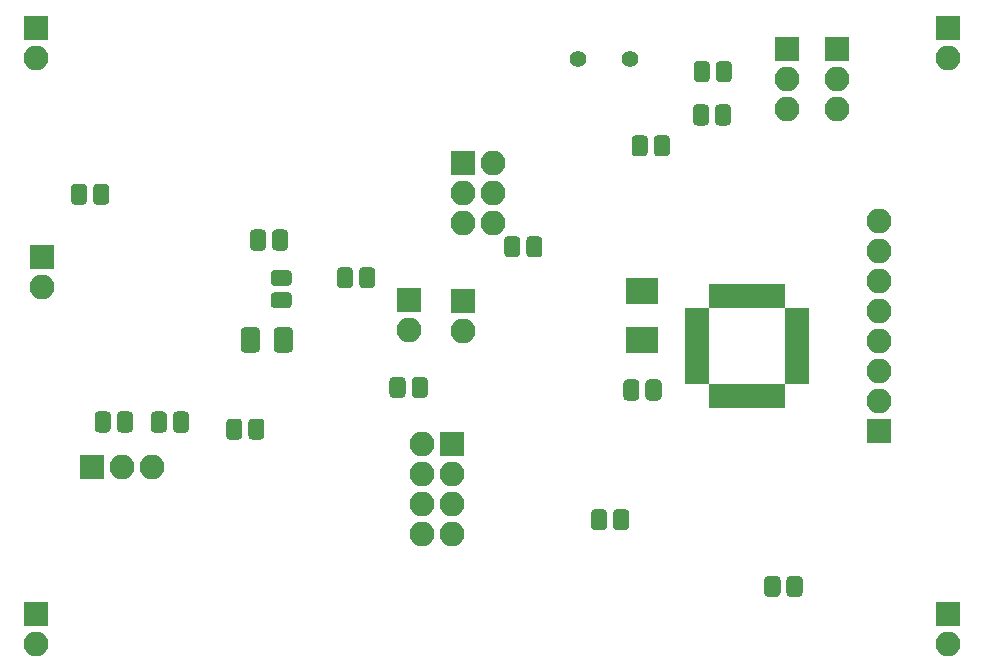
<source format=gbr>
G04 #@! TF.GenerationSoftware,KiCad,Pcbnew,(5.1.6)-1*
G04 #@! TF.CreationDate,2020-10-15T22:30:15-04:00*
G04 #@! TF.ProjectId,electronique_drone,656c6563-7472-46f6-9e69-7175655f6472,3*
G04 #@! TF.SameCoordinates,Original*
G04 #@! TF.FileFunction,Soldermask,Bot*
G04 #@! TF.FilePolarity,Negative*
%FSLAX46Y46*%
G04 Gerber Fmt 4.6, Leading zero omitted, Abs format (unit mm)*
G04 Created by KiCad (PCBNEW (5.1.6)-1) date 2020-10-15 22:30:15*
%MOMM*%
%LPD*%
G01*
G04 APERTURE LIST*
%ADD10R,2.100000X2.100000*%
%ADD11O,2.100000X2.100000*%
%ADD12C,1.400000*%
%ADD13R,2.000000X0.950000*%
%ADD14R,0.950000X2.000000*%
%ADD15R,2.800000X2.300000*%
G04 APERTURE END LIST*
D10*
X66875660Y-86992460D03*
D11*
X66875660Y-89532460D03*
G36*
G01*
X69324820Y-82275670D02*
X69324820Y-81163170D01*
G75*
G02*
X69668570Y-80819420I343750J0D01*
G01*
X70356070Y-80819420D01*
G75*
G02*
X70699820Y-81163170I0J-343750D01*
G01*
X70699820Y-82275670D01*
G75*
G02*
X70356070Y-82619420I-343750J0D01*
G01*
X69668570Y-82619420D01*
G75*
G02*
X69324820Y-82275670I0J343750D01*
G01*
G37*
G36*
G01*
X71199820Y-82275670D02*
X71199820Y-81163170D01*
G75*
G02*
X71543570Y-80819420I343750J0D01*
G01*
X72231070Y-80819420D01*
G75*
G02*
X72574820Y-81163170I0J-343750D01*
G01*
X72574820Y-82275670D01*
G75*
G02*
X72231070Y-82619420I-343750J0D01*
G01*
X71543570Y-82619420D01*
G75*
G02*
X71199820Y-82275670I0J343750D01*
G01*
G37*
G36*
G01*
X85853460Y-85031590D02*
X85853460Y-86144090D01*
G75*
G02*
X85509710Y-86487840I-343750J0D01*
G01*
X84822210Y-86487840D01*
G75*
G02*
X84478460Y-86144090I0J343750D01*
G01*
X84478460Y-85031590D01*
G75*
G02*
X84822210Y-84687840I343750J0D01*
G01*
X85509710Y-84687840D01*
G75*
G02*
X85853460Y-85031590I0J-343750D01*
G01*
G37*
G36*
G01*
X87728460Y-85031590D02*
X87728460Y-86144090D01*
G75*
G02*
X87384710Y-86487840I-343750J0D01*
G01*
X86697210Y-86487840D01*
G75*
G02*
X86353460Y-86144090I0J343750D01*
G01*
X86353460Y-85031590D01*
G75*
G02*
X86697210Y-84687840I343750J0D01*
G01*
X87384710Y-84687840D01*
G75*
G02*
X87728460Y-85031590I0J-343750D01*
G01*
G37*
G36*
G01*
X82461700Y-102156250D02*
X82461700Y-101043750D01*
G75*
G02*
X82805450Y-100700000I343750J0D01*
G01*
X83492950Y-100700000D01*
G75*
G02*
X83836700Y-101043750I0J-343750D01*
G01*
X83836700Y-102156250D01*
G75*
G02*
X83492950Y-102500000I-343750J0D01*
G01*
X82805450Y-102500000D01*
G75*
G02*
X82461700Y-102156250I0J343750D01*
G01*
G37*
G36*
G01*
X84336700Y-102156250D02*
X84336700Y-101043750D01*
G75*
G02*
X84680450Y-100700000I343750J0D01*
G01*
X85367950Y-100700000D01*
G75*
G02*
X85711700Y-101043750I0J-343750D01*
G01*
X85711700Y-102156250D01*
G75*
G02*
X85367950Y-102500000I-343750J0D01*
G01*
X84680450Y-102500000D01*
G75*
G02*
X84336700Y-102156250I0J343750D01*
G01*
G37*
G36*
G01*
X117463760Y-97731590D02*
X117463760Y-98844090D01*
G75*
G02*
X117120010Y-99187840I-343750J0D01*
G01*
X116432510Y-99187840D01*
G75*
G02*
X116088760Y-98844090I0J343750D01*
G01*
X116088760Y-97731590D01*
G75*
G02*
X116432510Y-97387840I343750J0D01*
G01*
X117120010Y-97387840D01*
G75*
G02*
X117463760Y-97731590I0J-343750D01*
G01*
G37*
G36*
G01*
X119338760Y-97731590D02*
X119338760Y-98844090D01*
G75*
G02*
X118995010Y-99187840I-343750J0D01*
G01*
X118307510Y-99187840D01*
G75*
G02*
X117963760Y-98844090I0J343750D01*
G01*
X117963760Y-97731590D01*
G75*
G02*
X118307510Y-97387840I343750J0D01*
G01*
X118995010Y-97387840D01*
G75*
G02*
X119338760Y-97731590I0J-343750D01*
G01*
G37*
G36*
G01*
X107377180Y-85598010D02*
X107377180Y-86710510D01*
G75*
G02*
X107033430Y-87054260I-343750J0D01*
G01*
X106345930Y-87054260D01*
G75*
G02*
X106002180Y-86710510I0J343750D01*
G01*
X106002180Y-85598010D01*
G75*
G02*
X106345930Y-85254260I343750J0D01*
G01*
X107033430Y-85254260D01*
G75*
G02*
X107377180Y-85598010I0J-343750D01*
G01*
G37*
G36*
G01*
X109252180Y-85598010D02*
X109252180Y-86710510D01*
G75*
G02*
X108908430Y-87054260I-343750J0D01*
G01*
X108220930Y-87054260D01*
G75*
G02*
X107877180Y-86710510I0J343750D01*
G01*
X107877180Y-85598010D01*
G75*
G02*
X108220930Y-85254260I343750J0D01*
G01*
X108908430Y-85254260D01*
G75*
G02*
X109252180Y-85598010I0J-343750D01*
G01*
G37*
G36*
G01*
X113345320Y-109824510D02*
X113345320Y-108712010D01*
G75*
G02*
X113689070Y-108368260I343750J0D01*
G01*
X114376570Y-108368260D01*
G75*
G02*
X114720320Y-108712010I0J-343750D01*
G01*
X114720320Y-109824510D01*
G75*
G02*
X114376570Y-110168260I-343750J0D01*
G01*
X113689070Y-110168260D01*
G75*
G02*
X113345320Y-109824510I0J343750D01*
G01*
G37*
G36*
G01*
X115220320Y-109824510D02*
X115220320Y-108712010D01*
G75*
G02*
X115564070Y-108368260I343750J0D01*
G01*
X116251570Y-108368260D01*
G75*
G02*
X116595320Y-108712010I0J-343750D01*
G01*
X116595320Y-109824510D01*
G75*
G02*
X116251570Y-110168260I-343750J0D01*
G01*
X115564070Y-110168260D01*
G75*
G02*
X115220320Y-109824510I0J343750D01*
G01*
G37*
G36*
G01*
X128029540Y-115465850D02*
X128029540Y-114353350D01*
G75*
G02*
X128373290Y-114009600I343750J0D01*
G01*
X129060790Y-114009600D01*
G75*
G02*
X129404540Y-114353350I0J-343750D01*
G01*
X129404540Y-115465850D01*
G75*
G02*
X129060790Y-115809600I-343750J0D01*
G01*
X128373290Y-115809600D01*
G75*
G02*
X128029540Y-115465850I0J343750D01*
G01*
G37*
G36*
G01*
X129904540Y-115465850D02*
X129904540Y-114353350D01*
G75*
G02*
X130248290Y-114009600I343750J0D01*
G01*
X130935790Y-114009600D01*
G75*
G02*
X131279540Y-114353350I0J-343750D01*
G01*
X131279540Y-115465850D01*
G75*
G02*
X130935790Y-115809600I-343750J0D01*
G01*
X130248290Y-115809600D01*
G75*
G02*
X129904540Y-115465850I0J343750D01*
G01*
G37*
G36*
G01*
X118172420Y-77055990D02*
X118172420Y-78168490D01*
G75*
G02*
X117828670Y-78512240I-343750J0D01*
G01*
X117141170Y-78512240D01*
G75*
G02*
X116797420Y-78168490I0J343750D01*
G01*
X116797420Y-77055990D01*
G75*
G02*
X117141170Y-76712240I343750J0D01*
G01*
X117828670Y-76712240D01*
G75*
G02*
X118172420Y-77055990I0J-343750D01*
G01*
G37*
G36*
G01*
X120047420Y-77055990D02*
X120047420Y-78168490D01*
G75*
G02*
X119703670Y-78512240I-343750J0D01*
G01*
X119016170Y-78512240D01*
G75*
G02*
X118672420Y-78168490I0J343750D01*
G01*
X118672420Y-77055990D01*
G75*
G02*
X119016170Y-76712240I343750J0D01*
G01*
X119703670Y-76712240D01*
G75*
G02*
X120047420Y-77055990I0J-343750D01*
G01*
G37*
G36*
G01*
X98164460Y-98620570D02*
X98164460Y-97508070D01*
G75*
G02*
X98508210Y-97164320I343750J0D01*
G01*
X99195710Y-97164320D01*
G75*
G02*
X99539460Y-97508070I0J-343750D01*
G01*
X99539460Y-98620570D01*
G75*
G02*
X99195710Y-98964320I-343750J0D01*
G01*
X98508210Y-98964320D01*
G75*
G02*
X98164460Y-98620570I0J343750D01*
G01*
G37*
G36*
G01*
X96289460Y-98620570D02*
X96289460Y-97508070D01*
G75*
G02*
X96633210Y-97164320I343750J0D01*
G01*
X97320710Y-97164320D01*
G75*
G02*
X97664460Y-97508070I0J-343750D01*
G01*
X97664460Y-98620570D01*
G75*
G02*
X97320710Y-98964320I-343750J0D01*
G01*
X96633210Y-98964320D01*
G75*
G02*
X96289460Y-98620570I0J343750D01*
G01*
G37*
D12*
X116642240Y-70269100D03*
X112242240Y-70269100D03*
D10*
X102481380Y-79049880D03*
D11*
X105021380Y-79049880D03*
X102481380Y-81589880D03*
X105021380Y-81589880D03*
X102481380Y-84129880D03*
X105021380Y-84129880D03*
D10*
X71074280Y-104782620D03*
D11*
X73614280Y-104782620D03*
X76154280Y-104782620D03*
D10*
X129989580Y-69435980D03*
D11*
X129989580Y-71975980D03*
X129989580Y-74515980D03*
X134167880Y-74503280D03*
X134167880Y-71963280D03*
D10*
X134167880Y-69423280D03*
D11*
X102494080Y-93258640D03*
D10*
X102494080Y-90718640D03*
X97988120Y-90655140D03*
D11*
X97988120Y-93195140D03*
X66354960Y-70203060D03*
D10*
X66354960Y-67663060D03*
X143583660Y-67663060D03*
D11*
X143583660Y-70203060D03*
X66354960Y-119753380D03*
D10*
X66354960Y-117213380D03*
X143583660Y-117213380D03*
D11*
X143583660Y-119753380D03*
G36*
G01*
X76081220Y-101554270D02*
X76081220Y-100441770D01*
G75*
G02*
X76424970Y-100098020I343750J0D01*
G01*
X77112470Y-100098020D01*
G75*
G02*
X77456220Y-100441770I0J-343750D01*
G01*
X77456220Y-101554270D01*
G75*
G02*
X77112470Y-101898020I-343750J0D01*
G01*
X76424970Y-101898020D01*
G75*
G02*
X76081220Y-101554270I0J343750D01*
G01*
G37*
G36*
G01*
X77956220Y-101554270D02*
X77956220Y-100441770D01*
G75*
G02*
X78299970Y-100098020I343750J0D01*
G01*
X78987470Y-100098020D01*
G75*
G02*
X79331220Y-100441770I0J-343750D01*
G01*
X79331220Y-101554270D01*
G75*
G02*
X78987470Y-101898020I-343750J0D01*
G01*
X78299970Y-101898020D01*
G75*
G02*
X77956220Y-101554270I0J343750D01*
G01*
G37*
G36*
G01*
X93719460Y-89324170D02*
X93719460Y-88211670D01*
G75*
G02*
X94063210Y-87867920I343750J0D01*
G01*
X94750710Y-87867920D01*
G75*
G02*
X95094460Y-88211670I0J-343750D01*
G01*
X95094460Y-89324170D01*
G75*
G02*
X94750710Y-89667920I-343750J0D01*
G01*
X94063210Y-89667920D01*
G75*
G02*
X93719460Y-89324170I0J343750D01*
G01*
G37*
G36*
G01*
X91844460Y-89324170D02*
X91844460Y-88211670D01*
G75*
G02*
X92188210Y-87867920I343750J0D01*
G01*
X92875710Y-87867920D01*
G75*
G02*
X93219460Y-88211670I0J-343750D01*
G01*
X93219460Y-89324170D01*
G75*
G02*
X92875710Y-89667920I-343750J0D01*
G01*
X92188210Y-89667920D01*
G75*
G02*
X91844460Y-89324170I0J343750D01*
G01*
G37*
G36*
G01*
X87685870Y-91368280D02*
X86573370Y-91368280D01*
G75*
G02*
X86229620Y-91024530I0J343750D01*
G01*
X86229620Y-90337030D01*
G75*
G02*
X86573370Y-89993280I343750J0D01*
G01*
X87685870Y-89993280D01*
G75*
G02*
X88029620Y-90337030I0J-343750D01*
G01*
X88029620Y-91024530D01*
G75*
G02*
X87685870Y-91368280I-343750J0D01*
G01*
G37*
G36*
G01*
X87685870Y-89493280D02*
X86573370Y-89493280D01*
G75*
G02*
X86229620Y-89149530I0J343750D01*
G01*
X86229620Y-88462030D01*
G75*
G02*
X86573370Y-88118280I343750J0D01*
G01*
X87685870Y-88118280D01*
G75*
G02*
X88029620Y-88462030I0J-343750D01*
G01*
X88029620Y-89149530D01*
G75*
G02*
X87685870Y-89493280I-343750J0D01*
G01*
G37*
G36*
G01*
X88135420Y-93293420D02*
X88135420Y-94783420D01*
G75*
G02*
X87805420Y-95113420I-330000J0D01*
G01*
X86815420Y-95113420D01*
G75*
G02*
X86485420Y-94783420I0J330000D01*
G01*
X86485420Y-93293420D01*
G75*
G02*
X86815420Y-92963420I330000J0D01*
G01*
X87805420Y-92963420D01*
G75*
G02*
X88135420Y-93293420I0J-330000D01*
G01*
G37*
G36*
G01*
X85335420Y-93293420D02*
X85335420Y-94783420D01*
G75*
G02*
X85005420Y-95113420I-330000J0D01*
G01*
X84015420Y-95113420D01*
G75*
G02*
X83685420Y-94783420I0J330000D01*
G01*
X83685420Y-93293420D01*
G75*
G02*
X84015420Y-92963420I330000J0D01*
G01*
X85005420Y-92963420D01*
G75*
G02*
X85335420Y-93293420I0J-330000D01*
G01*
G37*
G36*
G01*
X73211740Y-101541570D02*
X73211740Y-100429070D01*
G75*
G02*
X73555490Y-100085320I343750J0D01*
G01*
X74242990Y-100085320D01*
G75*
G02*
X74586740Y-100429070I0J-343750D01*
G01*
X74586740Y-101541570D01*
G75*
G02*
X74242990Y-101885320I-343750J0D01*
G01*
X73555490Y-101885320D01*
G75*
G02*
X73211740Y-101541570I0J343750D01*
G01*
G37*
G36*
G01*
X71336740Y-101541570D02*
X71336740Y-100429070D01*
G75*
G02*
X71680490Y-100085320I343750J0D01*
G01*
X72367990Y-100085320D01*
G75*
G02*
X72711740Y-100429070I0J-343750D01*
G01*
X72711740Y-101541570D01*
G75*
G02*
X72367990Y-101885320I-343750J0D01*
G01*
X71680490Y-101885320D01*
G75*
G02*
X71336740Y-101541570I0J343750D01*
G01*
G37*
G36*
G01*
X125300140Y-70766950D02*
X125300140Y-71879450D01*
G75*
G02*
X124956390Y-72223200I-343750J0D01*
G01*
X124268890Y-72223200D01*
G75*
G02*
X123925140Y-71879450I0J343750D01*
G01*
X123925140Y-70766950D01*
G75*
G02*
X124268890Y-70423200I343750J0D01*
G01*
X124956390Y-70423200D01*
G75*
G02*
X125300140Y-70766950I0J-343750D01*
G01*
G37*
G36*
G01*
X123425140Y-70766950D02*
X123425140Y-71879450D01*
G75*
G02*
X123081390Y-72223200I-343750J0D01*
G01*
X122393890Y-72223200D01*
G75*
G02*
X122050140Y-71879450I0J343750D01*
G01*
X122050140Y-70766950D01*
G75*
G02*
X122393890Y-70423200I343750J0D01*
G01*
X123081390Y-70423200D01*
G75*
G02*
X123425140Y-70766950I0J-343750D01*
G01*
G37*
G36*
G01*
X123856320Y-75552290D02*
X123856320Y-74439790D01*
G75*
G02*
X124200070Y-74096040I343750J0D01*
G01*
X124887570Y-74096040D01*
G75*
G02*
X125231320Y-74439790I0J-343750D01*
G01*
X125231320Y-75552290D01*
G75*
G02*
X124887570Y-75896040I-343750J0D01*
G01*
X124200070Y-75896040D01*
G75*
G02*
X123856320Y-75552290I0J343750D01*
G01*
G37*
G36*
G01*
X121981320Y-75552290D02*
X121981320Y-74439790D01*
G75*
G02*
X122325070Y-74096040I343750J0D01*
G01*
X123012570Y-74096040D01*
G75*
G02*
X123356320Y-74439790I0J-343750D01*
G01*
X123356320Y-75552290D01*
G75*
G02*
X123012570Y-75896040I-343750J0D01*
G01*
X122325070Y-75896040D01*
G75*
G02*
X121981320Y-75552290I0J343750D01*
G01*
G37*
D13*
X122315660Y-97348960D03*
X122315660Y-96548960D03*
X122315660Y-95748960D03*
X122315660Y-94948960D03*
X122315660Y-94148960D03*
X122315660Y-93348960D03*
X122315660Y-92548960D03*
X122315660Y-91748960D03*
D14*
X123765660Y-90298960D03*
X124565660Y-90298960D03*
X125365660Y-90298960D03*
X126165660Y-90298960D03*
X126965660Y-90298960D03*
X127765660Y-90298960D03*
X128565660Y-90298960D03*
X129365660Y-90298960D03*
D13*
X130815660Y-91748960D03*
X130815660Y-92548960D03*
X130815660Y-93348960D03*
X130815660Y-94148960D03*
X130815660Y-94948960D03*
X130815660Y-95748960D03*
X130815660Y-96548960D03*
X130815660Y-97348960D03*
D14*
X129365660Y-98798960D03*
X128565660Y-98798960D03*
X127765660Y-98798960D03*
X126965660Y-98798960D03*
X126165660Y-98798960D03*
X125365660Y-98798960D03*
X124565660Y-98798960D03*
X123765660Y-98798960D03*
D10*
X137731500Y-101742240D03*
D11*
X137731500Y-99202240D03*
X137731500Y-96662240D03*
X137731500Y-94122240D03*
X137731500Y-91582240D03*
X137731500Y-89042240D03*
X137731500Y-86502240D03*
X137731500Y-83962240D03*
D10*
X101610160Y-102875080D03*
D11*
X99070160Y-102875080D03*
X101610160Y-105415080D03*
X99070160Y-105415080D03*
X101610160Y-107955080D03*
X99070160Y-107955080D03*
X101610160Y-110495080D03*
X99070160Y-110495080D03*
D15*
X117701060Y-94038640D03*
X117701060Y-89938640D03*
M02*

</source>
